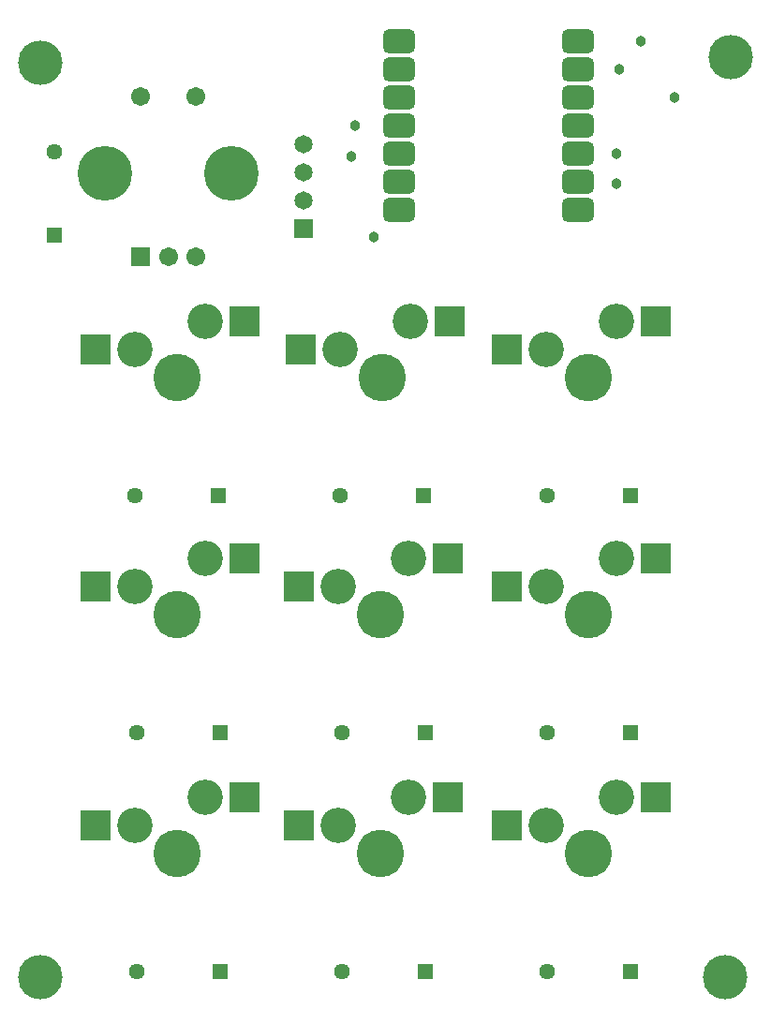
<source format=gbr>
G04*
G04 #@! TF.GenerationSoftware,Altium Limited,Altium Designer,25.8.1 (18)*
G04*
G04 Layer_Color=16711935*
%FSLAX44Y44*%
%MOMM*%
G71*
G04*
G04 #@! TF.SameCoordinates,DF3AAA51-F136-4719-93B0-9B07129043F7*
G04*
G04*
G04 #@! TF.FilePolarity,Negative*
G04*
G01*
G75*
%ADD14C,4.2926*%
%ADD15R,1.6532X1.6532*%
%ADD16C,1.6532*%
%ADD17C,4.0132*%
%ADD18C,4.9432*%
%ADD19C,1.7032*%
%ADD20C,3.2032*%
%ADD21R,1.4412X1.4412*%
%ADD22C,1.4412*%
%ADD23R,1.4412X1.4412*%
%ADD24R,1.7032X1.7032*%
%ADD25C,0.9652*%
G04:AMPARAMS|DCode=42|XSize=2.9532mm|YSize=2.2032mm|CornerRadius=0.6016mm|HoleSize=0mm|Usage=FLASHONLY|Rotation=180.000|XOffset=0mm|YOffset=0mm|HoleType=Round|Shape=RoundedRectangle|*
%AMROUNDEDRECTD42*
21,1,2.9532,1.0000,0,0,180.0*
21,1,1.7500,2.2032,0,0,180.0*
1,1,1.2032,-0.8750,0.5000*
1,1,1.2032,0.8750,0.5000*
1,1,1.2032,0.8750,-0.5000*
1,1,1.2032,-0.8750,-0.5000*
%
%ADD42ROUNDEDRECTD42*%
%ADD43R,2.7532X2.7032*%
D14*
X970280Y610870D02*
D03*
Y180340D02*
D03*
X782320D02*
D03*
X598170D02*
D03*
X970280Y396240D02*
D03*
X782320D02*
D03*
X598170D02*
D03*
X783590Y610870D02*
D03*
X598170D02*
D03*
D15*
X712470Y745490D02*
D03*
D16*
Y770890D02*
D03*
Y796290D02*
D03*
Y821690D02*
D03*
D17*
X1093470Y68580D02*
D03*
X474980D02*
D03*
Y895350D02*
D03*
X1098550Y900430D02*
D03*
D18*
X533550Y795090D02*
D03*
X647550D02*
D03*
D19*
X590550Y720090D02*
D03*
X615550Y865090D02*
D03*
Y720090D02*
D03*
X565550Y865090D02*
D03*
D20*
X623570Y661670D02*
D03*
X560070Y636270D02*
D03*
X745490D02*
D03*
X808990Y661670D02*
D03*
X995680D02*
D03*
X932180Y636270D02*
D03*
X560070Y421640D02*
D03*
X623570Y447040D02*
D03*
X807720D02*
D03*
X744220Y421640D02*
D03*
X932180D02*
D03*
X995680Y447040D02*
D03*
X623570Y231140D02*
D03*
X560070Y205740D02*
D03*
X744220D02*
D03*
X807720Y231140D02*
D03*
X995680D02*
D03*
X932180Y205740D02*
D03*
D21*
X487680Y739555D02*
D03*
D22*
Y814925D02*
D03*
X932595Y73660D02*
D03*
X747175D02*
D03*
X561755D02*
D03*
X932595Y289560D02*
D03*
X561755D02*
D03*
X932595Y504190D02*
D03*
X745905D02*
D03*
X560485D02*
D03*
X747175Y289560D02*
D03*
D23*
X1007965Y73660D02*
D03*
X822545D02*
D03*
X637125D02*
D03*
X1007965Y289560D02*
D03*
X637125D02*
D03*
X1007965Y504190D02*
D03*
X821275D02*
D03*
X635855D02*
D03*
X822545Y289560D02*
D03*
D24*
X565550Y720090D02*
D03*
D25*
X775970Y737870D02*
D03*
X755650Y810260D02*
D03*
X759460Y838200D02*
D03*
X1017270Y914400D02*
D03*
X998220Y889000D02*
D03*
X1047750Y863600D02*
D03*
X995680Y786130D02*
D03*
Y812800D02*
D03*
D42*
X799110Y914400D02*
D03*
Y889000D02*
D03*
Y863600D02*
D03*
Y838200D02*
D03*
Y812800D02*
D03*
Y787400D02*
D03*
Y762000D02*
D03*
X961110Y914400D02*
D03*
Y889000D02*
D03*
Y863600D02*
D03*
Y838200D02*
D03*
Y812800D02*
D03*
Y787400D02*
D03*
Y762000D02*
D03*
D43*
X524570Y636270D02*
D03*
X659070Y661670D02*
D03*
X844490D02*
D03*
X709990Y636270D02*
D03*
X896680D02*
D03*
X1031180Y661670D02*
D03*
X659070Y447040D02*
D03*
X524570Y421640D02*
D03*
X708720D02*
D03*
X843220Y447040D02*
D03*
X1031180D02*
D03*
X896680Y421640D02*
D03*
X524570Y205740D02*
D03*
X659070Y231140D02*
D03*
X843220D02*
D03*
X708720Y205740D02*
D03*
X896680D02*
D03*
X1031180Y231140D02*
D03*
M02*

</source>
